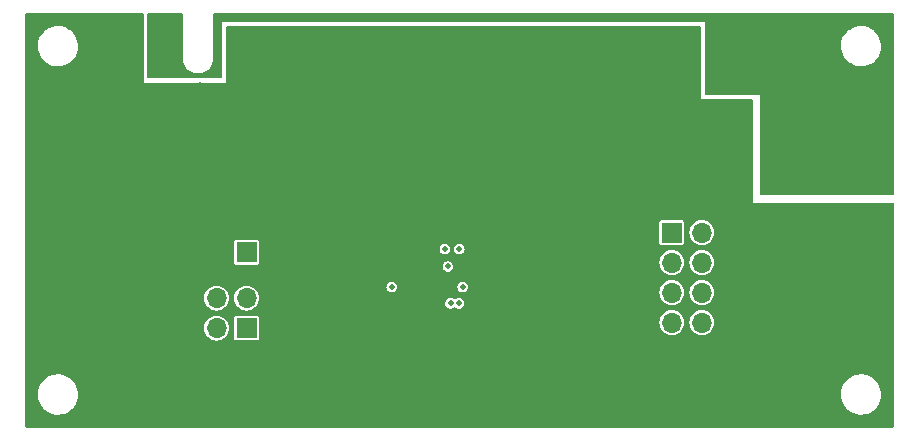
<source format=gbr>
%TF.GenerationSoftware,KiCad,Pcbnew,(7.0.0)*%
%TF.CreationDate,2023-08-31T15:59:46+04:00*%
%TF.ProjectId,RD53B_Quad_ZIF_to_ERF8_Data_Adapter,52443533-425f-4517-9561-645f5a49465f,V0*%
%TF.SameCoordinates,Original*%
%TF.FileFunction,Copper,L3,Inr*%
%TF.FilePolarity,Positive*%
%FSLAX46Y46*%
G04 Gerber Fmt 4.6, Leading zero omitted, Abs format (unit mm)*
G04 Created by KiCad (PCBNEW (7.0.0)) date 2023-08-31 15:59:46*
%MOMM*%
%LPD*%
G01*
G04 APERTURE LIST*
%TA.AperFunction,ComponentPad*%
%ADD10R,1.700000X1.700000*%
%TD*%
%TA.AperFunction,ComponentPad*%
%ADD11O,1.700000X1.700000*%
%TD*%
%TA.AperFunction,ViaPad*%
%ADD12C,0.500000*%
%TD*%
G04 APERTURE END LIST*
D10*
%TO.N,/LP_Enable_Module*%
%TO.C,J2*%
X134420499Y-104471999D03*
D11*
%TO.N,/FGND*%
X131880499Y-104471999D03*
%TD*%
D10*
%TO.N,/MUX_Chip1*%
%TO.C,J4*%
X170420499Y-102799999D03*
D11*
%TO.N,/GND_Module*%
X172960499Y-102799999D03*
%TO.N,/MUX_Chip2*%
X170420499Y-105339999D03*
%TO.N,/GND_Module*%
X172960499Y-105339999D03*
%TO.N,/MUX_Chip3*%
X170420499Y-107879999D03*
%TO.N,/GND_Module*%
X172960499Y-107879999D03*
%TO.N,/MUX_Chip4*%
X170420499Y-110419999D03*
%TO.N,/GND_Module*%
X172960499Y-110419999D03*
%TD*%
D10*
%TO.N,/CHIP_ID2*%
%TO.C,J3*%
X134420499Y-110886999D03*
D11*
%TO.N,/GND_Module*%
X131880499Y-110886999D03*
%TO.N,/CHIP_ID3*%
X134420499Y-108346999D03*
%TO.N,/GND_Module*%
X131880499Y-108346999D03*
%TD*%
D10*
%TO.N,/FGND*%
%TO.C,J6*%
X182086999Y-101249999D03*
D11*
%TO.N,GND*%
X182086999Y-98709999D03*
%TD*%
D12*
%TO.N,/LP_Enable_Module*%
X152400000Y-108800000D03*
%TO.N,/CHIP_ID2*%
X151472000Y-105670000D03*
%TO.N,/CHIP_ID3*%
X151697000Y-108800000D03*
%TO.N,/MUX_Chip1*%
X152420500Y-104200000D03*
%TO.N,/MUX_Chip3*%
X152720500Y-107400000D03*
%TO.N,/GND_Module*%
X151215000Y-104200000D03*
%TO.N,/MUX_Chip2*%
X146720500Y-107400000D03*
%TO.N,GND*%
X152820500Y-84730000D03*
X140820500Y-84730000D03*
X188448000Y-94330000D03*
X178790000Y-97966000D03*
X157620500Y-84730000D03*
X133620500Y-84730000D03*
X172020500Y-84730000D03*
X150420500Y-84730000D03*
X175650500Y-86210000D03*
X188448000Y-98330000D03*
X188448000Y-90330000D03*
X180448000Y-90330000D03*
X162420500Y-84730000D03*
X160020500Y-84730000D03*
X180448000Y-86210000D03*
X185448000Y-98330000D03*
X148020500Y-84730000D03*
X143220500Y-84730000D03*
X136020500Y-84730000D03*
X138420500Y-84730000D03*
X127920500Y-87810000D03*
X180448000Y-98330000D03*
X175448000Y-90330000D03*
X176920000Y-87810000D03*
X145620500Y-84730000D03*
X180448000Y-94330000D03*
X169620500Y-84730000D03*
X126650500Y-86210000D03*
X185448000Y-94330000D03*
X178190500Y-86210000D03*
X185448000Y-90330000D03*
X155220500Y-84730000D03*
X167220500Y-84730000D03*
X164820500Y-84730000D03*
%TO.N,/FGND*%
X125448000Y-110330000D03*
X170448000Y-118330000D03*
X160448000Y-118330000D03*
X130448000Y-114330000D03*
X130448000Y-102330000D03*
X165448000Y-94330000D03*
X165448000Y-90330000D03*
X185448000Y-118330000D03*
X155448000Y-90330000D03*
X116448000Y-94330000D03*
X130448000Y-106330000D03*
X175448000Y-102330000D03*
X150448000Y-118330000D03*
X156134000Y-108800000D03*
X125448000Y-94330000D03*
X116448000Y-106330000D03*
X160448000Y-98330000D03*
X145448000Y-118330000D03*
X120448000Y-98330000D03*
X188448000Y-102330000D03*
X116448000Y-90330000D03*
X185448000Y-106330000D03*
X145448000Y-114330000D03*
X180448000Y-118330000D03*
X116448000Y-102330000D03*
X178790000Y-101919000D03*
X125448000Y-106330000D03*
X140448000Y-98330000D03*
X120448000Y-102330000D03*
X175448000Y-114330000D03*
X188448000Y-106330000D03*
X135448000Y-98330000D03*
X120448000Y-90330000D03*
X120448000Y-94330000D03*
X140448000Y-102330000D03*
X180448000Y-114330000D03*
X125448000Y-90330000D03*
X120448000Y-110330000D03*
X125448000Y-98330000D03*
X175448000Y-98330000D03*
X180448000Y-102330000D03*
X125448000Y-118330000D03*
X154520500Y-108800000D03*
X125448000Y-114330000D03*
X160448000Y-94330000D03*
X135448000Y-114330000D03*
X170448000Y-90330000D03*
X150448000Y-114330000D03*
X185448000Y-114330000D03*
X130448000Y-118330000D03*
X120448000Y-106330000D03*
X155448000Y-114330000D03*
X180448000Y-106330000D03*
X149420500Y-104200000D03*
X125448000Y-86210000D03*
X165448000Y-98330000D03*
X165448000Y-118330000D03*
X135448000Y-118330000D03*
X116448000Y-114330000D03*
X150320500Y-108800000D03*
X175448000Y-94330000D03*
X175448000Y-106330000D03*
X188448000Y-114330000D03*
X155448000Y-118330000D03*
X155448000Y-94330000D03*
X120448000Y-118330000D03*
X120448000Y-114330000D03*
X160448000Y-114330000D03*
X150448000Y-90330000D03*
X165448000Y-114330000D03*
X170448000Y-114330000D03*
X125448000Y-102330000D03*
X155274000Y-104200000D03*
X130448000Y-98330000D03*
X185448000Y-102330000D03*
X135448000Y-102330000D03*
X160448000Y-90330000D03*
X175448000Y-110090000D03*
X130448000Y-90330000D03*
X188448000Y-110090000D03*
X140448000Y-110330000D03*
X175448000Y-118330000D03*
X140448000Y-118330000D03*
X130448000Y-94330000D03*
X170448000Y-94330000D03*
X170448000Y-98330000D03*
X140448000Y-114330000D03*
X116448000Y-110330000D03*
X180448000Y-110090000D03*
X185448000Y-110090000D03*
X116448000Y-98330000D03*
%TD*%
%TA.AperFunction,Conductor*%
%TO.N,GND*%
G36*
X128937000Y-84227381D02*
G01*
X128983119Y-84273500D01*
X129000000Y-84336500D01*
X129000000Y-87970118D01*
X129000000Y-88010000D01*
X129000000Y-88113139D01*
X129000773Y-88118022D01*
X129000774Y-88118029D01*
X129031494Y-88311987D01*
X129031495Y-88311994D01*
X129032269Y-88316876D01*
X129033798Y-88321584D01*
X129033799Y-88321585D01*
X129094480Y-88508344D01*
X129094483Y-88508351D01*
X129096012Y-88513057D01*
X129189660Y-88696852D01*
X129310907Y-88863733D01*
X129456767Y-89009593D01*
X129623648Y-89130840D01*
X129807443Y-89224488D01*
X130003624Y-89288231D01*
X130207361Y-89320500D01*
X130270618Y-89320500D01*
X130310500Y-89320500D01*
X130350382Y-89320500D01*
X130408686Y-89320500D01*
X130413639Y-89320500D01*
X130617376Y-89288231D01*
X130813557Y-89224488D01*
X130997352Y-89130840D01*
X131164233Y-89009593D01*
X131310093Y-88863733D01*
X131431340Y-88696852D01*
X131524988Y-88513057D01*
X131588731Y-88316876D01*
X131621000Y-88113139D01*
X131621000Y-88010000D01*
X131621000Y-87970118D01*
X131621000Y-84336500D01*
X131637881Y-84273500D01*
X131684000Y-84227381D01*
X131747000Y-84210500D01*
X178397910Y-84210500D01*
X178443090Y-84210500D01*
X189121500Y-84210500D01*
X189184500Y-84227381D01*
X189230619Y-84273500D01*
X189247500Y-84336500D01*
X189247500Y-99487000D01*
X189230619Y-99550000D01*
X189184500Y-99596119D01*
X189121500Y-99613000D01*
X178003000Y-99613000D01*
X177940000Y-99596119D01*
X177893881Y-99550000D01*
X177877000Y-99487000D01*
X177877000Y-91157590D01*
X177877000Y-91141000D01*
X177860410Y-91141000D01*
X173364000Y-91141000D01*
X173301000Y-91124119D01*
X173254881Y-91078000D01*
X173238000Y-91015000D01*
X173238000Y-86944675D01*
X184743748Y-86944675D01*
X184753749Y-87205593D01*
X184754667Y-87210328D01*
X184754668Y-87210334D01*
X184802541Y-87457183D01*
X184802544Y-87457194D01*
X184803462Y-87461927D01*
X184805094Y-87466471D01*
X184890088Y-87703123D01*
X184890091Y-87703130D01*
X184891721Y-87707668D01*
X184894027Y-87711909D01*
X184894029Y-87711913D01*
X185014146Y-87932805D01*
X185014151Y-87932813D01*
X185016459Y-87937057D01*
X185019390Y-87940903D01*
X185019392Y-87940905D01*
X185171819Y-88140871D01*
X185174750Y-88144716D01*
X185362886Y-88325778D01*
X185366837Y-88328557D01*
X185572506Y-88473221D01*
X185572509Y-88473222D01*
X185576456Y-88475999D01*
X185810453Y-88591859D01*
X186059395Y-88670641D01*
X186317445Y-88710500D01*
X186510771Y-88710500D01*
X186513177Y-88710500D01*
X186708344Y-88695516D01*
X186962586Y-88636021D01*
X187204766Y-88538414D01*
X187429208Y-88404982D01*
X187630652Y-88238852D01*
X187804375Y-88043920D01*
X187946306Y-87824753D01*
X188053118Y-87586489D01*
X188122307Y-87334713D01*
X188152252Y-87075325D01*
X188142251Y-86814407D01*
X188092538Y-86558073D01*
X188004279Y-86312332D01*
X187879541Y-86082943D01*
X187721250Y-85875284D01*
X187717766Y-85871931D01*
X187536594Y-85697571D01*
X187536592Y-85697570D01*
X187533114Y-85694222D01*
X187498018Y-85669536D01*
X187323493Y-85546778D01*
X187323487Y-85546774D01*
X187319544Y-85544001D01*
X187315224Y-85541862D01*
X187315219Y-85541859D01*
X187089875Y-85430284D01*
X187085547Y-85428141D01*
X186951701Y-85385783D01*
X186841207Y-85350815D01*
X186841202Y-85350813D01*
X186836605Y-85349359D01*
X186831841Y-85348623D01*
X186831832Y-85348621D01*
X186583329Y-85310237D01*
X186583323Y-85310236D01*
X186578555Y-85309500D01*
X186382823Y-85309500D01*
X186380432Y-85309683D01*
X186380420Y-85309684D01*
X186192472Y-85324114D01*
X186192468Y-85324114D01*
X186187656Y-85324484D01*
X186182964Y-85325581D01*
X186182957Y-85325583D01*
X185938109Y-85382880D01*
X185938105Y-85382881D01*
X185933414Y-85383979D01*
X185928945Y-85385780D01*
X185928936Y-85385783D01*
X185695718Y-85479778D01*
X185695709Y-85479782D01*
X185691234Y-85481586D01*
X185687080Y-85484055D01*
X185687079Y-85484056D01*
X185470939Y-85612552D01*
X185470933Y-85612555D01*
X185466792Y-85615018D01*
X185463079Y-85618079D01*
X185463072Y-85618085D01*
X185269067Y-85778080D01*
X185269060Y-85778086D01*
X185265348Y-85781148D01*
X185262143Y-85784743D01*
X185262138Y-85784749D01*
X185094839Y-85972473D01*
X185094835Y-85972477D01*
X185091625Y-85976080D01*
X185089003Y-85980128D01*
X185088996Y-85980138D01*
X184952318Y-86191193D01*
X184952310Y-86191205D01*
X184949694Y-86195247D01*
X184947722Y-86199644D01*
X184947718Y-86199653D01*
X184844860Y-86429097D01*
X184844856Y-86429105D01*
X184842882Y-86433511D01*
X184841602Y-86438166D01*
X184841601Y-86438171D01*
X184774971Y-86680633D01*
X184774968Y-86680644D01*
X184773693Y-86685287D01*
X184773140Y-86690071D01*
X184773139Y-86690080D01*
X184747177Y-86914969D01*
X184743748Y-86944675D01*
X173238000Y-86944675D01*
X173238000Y-85029590D01*
X173238000Y-85013000D01*
X173221410Y-85013000D01*
X132331590Y-85013000D01*
X132315000Y-85013000D01*
X132315000Y-85029590D01*
X132315000Y-89623000D01*
X132298119Y-89686000D01*
X132252000Y-89732119D01*
X132189000Y-89749000D01*
X126158000Y-89749000D01*
X126095000Y-89732119D01*
X126048881Y-89686000D01*
X126032000Y-89623000D01*
X126032000Y-84336500D01*
X126048881Y-84273500D01*
X126095000Y-84227381D01*
X126158000Y-84210500D01*
X126397910Y-84210500D01*
X126443090Y-84210500D01*
X128874000Y-84210500D01*
X128937000Y-84227381D01*
G37*
%TD.AperFunction*%
%TD*%
%TA.AperFunction,Conductor*%
%TO.N,/FGND*%
G36*
X125636000Y-84227381D02*
G01*
X125682119Y-84273500D01*
X125699000Y-84336500D01*
X125699000Y-90181000D01*
X125715590Y-90181000D01*
X132705410Y-90181000D01*
X132722000Y-90181000D01*
X132722000Y-85426000D01*
X132738881Y-85363000D01*
X132785000Y-85316881D01*
X132848000Y-85300000D01*
X172771000Y-85300000D01*
X172834000Y-85316881D01*
X172880119Y-85363000D01*
X172897000Y-85426000D01*
X172897000Y-91512000D01*
X177192000Y-91512000D01*
X177255000Y-91528881D01*
X177301119Y-91575000D01*
X177318000Y-91638000D01*
X177318000Y-100265000D01*
X189121500Y-100265000D01*
X189184500Y-100281881D01*
X189230619Y-100328000D01*
X189247500Y-100391000D01*
X189247500Y-119183500D01*
X189230619Y-119246500D01*
X189184500Y-119292619D01*
X189121500Y-119309500D01*
X115774500Y-119309500D01*
X115711500Y-119292619D01*
X115665381Y-119246500D01*
X115648500Y-119183500D01*
X115648500Y-116444675D01*
X116743748Y-116444675D01*
X116753749Y-116705593D01*
X116754667Y-116710328D01*
X116754668Y-116710334D01*
X116802541Y-116957183D01*
X116802544Y-116957194D01*
X116803462Y-116961927D01*
X116805094Y-116966471D01*
X116890088Y-117203123D01*
X116890091Y-117203130D01*
X116891721Y-117207668D01*
X116894027Y-117211909D01*
X116894029Y-117211913D01*
X117014146Y-117432805D01*
X117014151Y-117432813D01*
X117016459Y-117437057D01*
X117019390Y-117440903D01*
X117019392Y-117440905D01*
X117171819Y-117640871D01*
X117174750Y-117644716D01*
X117362886Y-117825778D01*
X117366837Y-117828557D01*
X117572506Y-117973221D01*
X117572509Y-117973222D01*
X117576456Y-117975999D01*
X117810453Y-118091859D01*
X118059395Y-118170641D01*
X118317445Y-118210500D01*
X118510771Y-118210500D01*
X118513177Y-118210500D01*
X118708344Y-118195516D01*
X118962586Y-118136021D01*
X119204766Y-118038414D01*
X119429208Y-117904982D01*
X119630652Y-117738852D01*
X119804375Y-117543920D01*
X119946306Y-117324753D01*
X120053118Y-117086489D01*
X120122307Y-116834713D01*
X120152252Y-116575325D01*
X120147244Y-116444675D01*
X184743748Y-116444675D01*
X184753749Y-116705593D01*
X184754667Y-116710328D01*
X184754668Y-116710334D01*
X184802541Y-116957183D01*
X184802544Y-116957194D01*
X184803462Y-116961927D01*
X184805094Y-116966471D01*
X184890088Y-117203123D01*
X184890091Y-117203130D01*
X184891721Y-117207668D01*
X184894027Y-117211909D01*
X184894029Y-117211913D01*
X185014146Y-117432805D01*
X185014151Y-117432813D01*
X185016459Y-117437057D01*
X185019390Y-117440903D01*
X185019392Y-117440905D01*
X185171819Y-117640871D01*
X185174750Y-117644716D01*
X185362886Y-117825778D01*
X185366837Y-117828557D01*
X185572506Y-117973221D01*
X185572509Y-117973222D01*
X185576456Y-117975999D01*
X185810453Y-118091859D01*
X186059395Y-118170641D01*
X186317445Y-118210500D01*
X186510771Y-118210500D01*
X186513177Y-118210500D01*
X186708344Y-118195516D01*
X186962586Y-118136021D01*
X187204766Y-118038414D01*
X187429208Y-117904982D01*
X187630652Y-117738852D01*
X187804375Y-117543920D01*
X187946306Y-117324753D01*
X188053118Y-117086489D01*
X188122307Y-116834713D01*
X188152252Y-116575325D01*
X188142251Y-116314407D01*
X188092538Y-116058073D01*
X188004279Y-115812332D01*
X187879541Y-115582943D01*
X187721250Y-115375284D01*
X187533114Y-115194222D01*
X187424870Y-115118085D01*
X187323493Y-115046778D01*
X187323487Y-115046774D01*
X187319544Y-115044001D01*
X187315224Y-115041862D01*
X187315219Y-115041859D01*
X187089875Y-114930284D01*
X187085547Y-114928141D01*
X186951701Y-114885783D01*
X186841207Y-114850815D01*
X186841202Y-114850813D01*
X186836605Y-114849359D01*
X186831841Y-114848623D01*
X186831832Y-114848621D01*
X186583329Y-114810237D01*
X186583323Y-114810236D01*
X186578555Y-114809500D01*
X186382823Y-114809500D01*
X186380432Y-114809683D01*
X186380420Y-114809684D01*
X186192472Y-114824114D01*
X186192468Y-114824114D01*
X186187656Y-114824484D01*
X186182964Y-114825581D01*
X186182957Y-114825583D01*
X185938109Y-114882880D01*
X185938105Y-114882881D01*
X185933414Y-114883979D01*
X185928945Y-114885780D01*
X185928936Y-114885783D01*
X185695718Y-114979778D01*
X185695709Y-114979782D01*
X185691234Y-114981586D01*
X185687080Y-114984055D01*
X185687079Y-114984056D01*
X185470939Y-115112552D01*
X185470933Y-115112555D01*
X185466792Y-115115018D01*
X185463079Y-115118079D01*
X185463072Y-115118085D01*
X185269067Y-115278080D01*
X185269060Y-115278086D01*
X185265348Y-115281148D01*
X185262143Y-115284743D01*
X185262138Y-115284749D01*
X185094839Y-115472473D01*
X185094835Y-115472477D01*
X185091625Y-115476080D01*
X185089003Y-115480128D01*
X185088996Y-115480138D01*
X184952318Y-115691193D01*
X184952310Y-115691205D01*
X184949694Y-115695247D01*
X184947722Y-115699644D01*
X184947718Y-115699653D01*
X184844860Y-115929097D01*
X184844856Y-115929105D01*
X184842882Y-115933511D01*
X184841602Y-115938166D01*
X184841601Y-115938171D01*
X184774971Y-116180633D01*
X184774968Y-116180644D01*
X184773693Y-116185287D01*
X184773140Y-116190071D01*
X184773139Y-116190080D01*
X184758230Y-116319228D01*
X184743748Y-116444675D01*
X120147244Y-116444675D01*
X120142251Y-116314407D01*
X120092538Y-116058073D01*
X120004279Y-115812332D01*
X119879541Y-115582943D01*
X119721250Y-115375284D01*
X119533114Y-115194222D01*
X119424870Y-115118085D01*
X119323493Y-115046778D01*
X119323487Y-115046774D01*
X119319544Y-115044001D01*
X119315224Y-115041862D01*
X119315219Y-115041859D01*
X119089875Y-114930284D01*
X119085547Y-114928141D01*
X118951701Y-114885783D01*
X118841207Y-114850815D01*
X118841202Y-114850813D01*
X118836605Y-114849359D01*
X118831841Y-114848623D01*
X118831832Y-114848621D01*
X118583329Y-114810237D01*
X118583323Y-114810236D01*
X118578555Y-114809500D01*
X118382823Y-114809500D01*
X118380432Y-114809683D01*
X118380420Y-114809684D01*
X118192472Y-114824114D01*
X118192468Y-114824114D01*
X118187656Y-114824484D01*
X118182964Y-114825581D01*
X118182957Y-114825583D01*
X117938109Y-114882880D01*
X117938105Y-114882881D01*
X117933414Y-114883979D01*
X117928945Y-114885780D01*
X117928936Y-114885783D01*
X117695718Y-114979778D01*
X117695709Y-114979782D01*
X117691234Y-114981586D01*
X117687080Y-114984055D01*
X117687079Y-114984056D01*
X117470939Y-115112552D01*
X117470933Y-115112555D01*
X117466792Y-115115018D01*
X117463079Y-115118079D01*
X117463072Y-115118085D01*
X117269067Y-115278080D01*
X117269060Y-115278086D01*
X117265348Y-115281148D01*
X117262143Y-115284743D01*
X117262138Y-115284749D01*
X117094839Y-115472473D01*
X117094835Y-115472477D01*
X117091625Y-115476080D01*
X117089003Y-115480128D01*
X117088996Y-115480138D01*
X116952318Y-115691193D01*
X116952310Y-115691205D01*
X116949694Y-115695247D01*
X116947722Y-115699644D01*
X116947718Y-115699653D01*
X116844860Y-115929097D01*
X116844856Y-115929105D01*
X116842882Y-115933511D01*
X116841602Y-115938166D01*
X116841601Y-115938171D01*
X116774971Y-116180633D01*
X116774968Y-116180644D01*
X116773693Y-116185287D01*
X116773140Y-116190071D01*
X116773139Y-116190080D01*
X116758230Y-116319228D01*
X116743748Y-116444675D01*
X115648500Y-116444675D01*
X115648500Y-110887000D01*
X130824917Y-110887000D01*
X130825524Y-110893163D01*
X130844592Y-111086768D01*
X130844593Y-111086774D01*
X130845200Y-111092934D01*
X130846996Y-111098856D01*
X130846997Y-111098859D01*
X130903472Y-111285035D01*
X130903473Y-111285039D01*
X130905268Y-111290954D01*
X130908180Y-111296402D01*
X130908183Y-111296409D01*
X130993438Y-111455907D01*
X131002815Y-111473450D01*
X131134090Y-111633410D01*
X131294050Y-111764685D01*
X131365844Y-111803060D01*
X131471090Y-111859316D01*
X131471092Y-111859317D01*
X131476546Y-111862232D01*
X131674566Y-111922300D01*
X131880500Y-111942583D01*
X132086434Y-111922300D01*
X132284454Y-111862232D01*
X132466950Y-111764685D01*
X132476621Y-111756748D01*
X133370000Y-111756748D01*
X133381633Y-111815231D01*
X133388525Y-111825546D01*
X133388526Y-111825547D01*
X133413038Y-111862232D01*
X133425948Y-111881552D01*
X133492269Y-111925867D01*
X133550752Y-111937500D01*
X135284061Y-111937500D01*
X135290248Y-111937500D01*
X135348731Y-111925867D01*
X135415052Y-111881552D01*
X135459367Y-111815231D01*
X135471000Y-111756748D01*
X135471000Y-110420000D01*
X169364917Y-110420000D01*
X169365524Y-110426163D01*
X169384592Y-110619768D01*
X169384593Y-110619774D01*
X169385200Y-110625934D01*
X169386996Y-110631856D01*
X169386997Y-110631859D01*
X169443472Y-110818035D01*
X169443473Y-110818039D01*
X169445268Y-110823954D01*
X169448180Y-110829402D01*
X169448183Y-110829409D01*
X169478967Y-110887000D01*
X169542815Y-111006450D01*
X169674090Y-111166410D01*
X169834050Y-111297685D01*
X169925298Y-111346458D01*
X170011090Y-111392316D01*
X170011092Y-111392317D01*
X170016546Y-111395232D01*
X170214566Y-111455300D01*
X170420500Y-111475583D01*
X170626434Y-111455300D01*
X170824454Y-111395232D01*
X171006950Y-111297685D01*
X171166910Y-111166410D01*
X171298185Y-111006450D01*
X171395732Y-110823954D01*
X171455800Y-110625934D01*
X171476083Y-110420000D01*
X171904917Y-110420000D01*
X171905524Y-110426163D01*
X171924592Y-110619768D01*
X171924593Y-110619774D01*
X171925200Y-110625934D01*
X171926996Y-110631856D01*
X171926997Y-110631859D01*
X171983472Y-110818035D01*
X171983473Y-110818039D01*
X171985268Y-110823954D01*
X171988180Y-110829402D01*
X171988183Y-110829409D01*
X172018967Y-110887000D01*
X172082815Y-111006450D01*
X172214090Y-111166410D01*
X172374050Y-111297685D01*
X172465298Y-111346458D01*
X172551090Y-111392316D01*
X172551092Y-111392317D01*
X172556546Y-111395232D01*
X172754566Y-111455300D01*
X172960500Y-111475583D01*
X173166434Y-111455300D01*
X173364454Y-111395232D01*
X173546950Y-111297685D01*
X173706910Y-111166410D01*
X173838185Y-111006450D01*
X173935732Y-110823954D01*
X173995800Y-110625934D01*
X174016083Y-110420000D01*
X173995800Y-110214066D01*
X173935732Y-110016046D01*
X173838185Y-109833550D01*
X173706910Y-109673590D01*
X173546950Y-109542315D01*
X173541493Y-109539398D01*
X173369909Y-109447683D01*
X173369902Y-109447680D01*
X173364454Y-109444768D01*
X173358539Y-109442973D01*
X173358535Y-109442972D01*
X173172359Y-109386497D01*
X173172356Y-109386496D01*
X173166434Y-109384700D01*
X173160274Y-109384093D01*
X173160268Y-109384092D01*
X172966663Y-109365024D01*
X172960500Y-109364417D01*
X172954337Y-109365024D01*
X172760731Y-109384092D01*
X172760723Y-109384093D01*
X172754566Y-109384700D01*
X172748645Y-109386495D01*
X172748640Y-109386497D01*
X172562464Y-109442972D01*
X172562456Y-109442975D01*
X172556546Y-109444768D01*
X172551100Y-109447678D01*
X172551090Y-109447683D01*
X172379506Y-109539398D01*
X172379500Y-109539401D01*
X172374050Y-109542315D01*
X172369273Y-109546235D01*
X172369269Y-109546238D01*
X172218869Y-109669667D01*
X172218863Y-109669672D01*
X172214090Y-109673590D01*
X172210172Y-109678363D01*
X172210167Y-109678369D01*
X172086738Y-109828769D01*
X172086735Y-109828773D01*
X172082815Y-109833550D01*
X172079901Y-109839000D01*
X172079898Y-109839006D01*
X171988183Y-110010590D01*
X171988178Y-110010600D01*
X171985268Y-110016046D01*
X171983475Y-110021956D01*
X171983472Y-110021964D01*
X171926997Y-110208140D01*
X171926995Y-110208145D01*
X171925200Y-110214066D01*
X171924593Y-110220223D01*
X171924592Y-110220231D01*
X171905524Y-110413837D01*
X171904917Y-110420000D01*
X171476083Y-110420000D01*
X171455800Y-110214066D01*
X171395732Y-110016046D01*
X171298185Y-109833550D01*
X171166910Y-109673590D01*
X171006950Y-109542315D01*
X171001493Y-109539398D01*
X170829909Y-109447683D01*
X170829902Y-109447680D01*
X170824454Y-109444768D01*
X170818539Y-109442973D01*
X170818535Y-109442972D01*
X170632359Y-109386497D01*
X170632356Y-109386496D01*
X170626434Y-109384700D01*
X170620274Y-109384093D01*
X170620268Y-109384092D01*
X170426663Y-109365024D01*
X170420500Y-109364417D01*
X170414337Y-109365024D01*
X170220731Y-109384092D01*
X170220723Y-109384093D01*
X170214566Y-109384700D01*
X170208645Y-109386495D01*
X170208640Y-109386497D01*
X170022464Y-109442972D01*
X170022456Y-109442975D01*
X170016546Y-109444768D01*
X170011100Y-109447678D01*
X170011090Y-109447683D01*
X169839506Y-109539398D01*
X169839500Y-109539401D01*
X169834050Y-109542315D01*
X169829273Y-109546235D01*
X169829269Y-109546238D01*
X169678869Y-109669667D01*
X169678863Y-109669672D01*
X169674090Y-109673590D01*
X169670172Y-109678363D01*
X169670167Y-109678369D01*
X169546738Y-109828769D01*
X169546735Y-109828773D01*
X169542815Y-109833550D01*
X169539901Y-109839000D01*
X169539898Y-109839006D01*
X169448183Y-110010590D01*
X169448178Y-110010600D01*
X169445268Y-110016046D01*
X169443475Y-110021956D01*
X169443472Y-110021964D01*
X169386997Y-110208140D01*
X169386995Y-110208145D01*
X169385200Y-110214066D01*
X169384593Y-110220223D01*
X169384592Y-110220231D01*
X169365524Y-110413837D01*
X169364917Y-110420000D01*
X135471000Y-110420000D01*
X135471000Y-110017252D01*
X135459367Y-109958769D01*
X135415052Y-109892448D01*
X135348731Y-109848133D01*
X135290248Y-109836500D01*
X133550752Y-109836500D01*
X133544684Y-109837706D01*
X133544683Y-109837707D01*
X133504439Y-109845712D01*
X133504437Y-109845712D01*
X133492269Y-109848133D01*
X133481954Y-109855024D01*
X133481952Y-109855026D01*
X133436261Y-109885556D01*
X133436258Y-109885558D01*
X133425948Y-109892448D01*
X133419058Y-109902758D01*
X133419056Y-109902761D01*
X133388526Y-109948452D01*
X133388524Y-109948454D01*
X133381633Y-109958769D01*
X133370000Y-110017252D01*
X133370000Y-111756748D01*
X132476621Y-111756748D01*
X132626910Y-111633410D01*
X132758185Y-111473450D01*
X132855732Y-111290954D01*
X132915800Y-111092934D01*
X132936083Y-110887000D01*
X132915800Y-110681066D01*
X132855732Y-110483046D01*
X132758185Y-110300550D01*
X132626910Y-110140590D01*
X132466950Y-110009315D01*
X132461493Y-110006398D01*
X132289909Y-109914683D01*
X132289902Y-109914680D01*
X132284454Y-109911768D01*
X132278539Y-109909973D01*
X132278535Y-109909972D01*
X132092359Y-109853497D01*
X132092356Y-109853496D01*
X132086434Y-109851700D01*
X132080274Y-109851093D01*
X132080268Y-109851092D01*
X131886663Y-109832024D01*
X131880500Y-109831417D01*
X131874337Y-109832024D01*
X131680731Y-109851092D01*
X131680723Y-109851093D01*
X131674566Y-109851700D01*
X131668645Y-109853495D01*
X131668640Y-109853497D01*
X131482464Y-109909972D01*
X131482456Y-109909975D01*
X131476546Y-109911768D01*
X131471100Y-109914678D01*
X131471090Y-109914683D01*
X131299506Y-110006398D01*
X131299500Y-110006401D01*
X131294050Y-110009315D01*
X131289273Y-110013235D01*
X131289269Y-110013238D01*
X131138869Y-110136667D01*
X131138863Y-110136672D01*
X131134090Y-110140590D01*
X131130172Y-110145363D01*
X131130167Y-110145369D01*
X131006738Y-110295769D01*
X131006735Y-110295773D01*
X131002815Y-110300550D01*
X130999901Y-110306000D01*
X130999898Y-110306006D01*
X130908183Y-110477590D01*
X130908178Y-110477600D01*
X130905268Y-110483046D01*
X130903475Y-110488956D01*
X130903472Y-110488964D01*
X130846997Y-110675140D01*
X130846995Y-110675145D01*
X130845200Y-110681066D01*
X130844593Y-110687223D01*
X130844592Y-110687231D01*
X130830589Y-110829409D01*
X130824917Y-110887000D01*
X115648500Y-110887000D01*
X115648500Y-108347000D01*
X130824917Y-108347000D01*
X130825524Y-108353163D01*
X130844592Y-108546768D01*
X130844593Y-108546774D01*
X130845200Y-108552934D01*
X130846996Y-108558856D01*
X130846997Y-108558859D01*
X130903472Y-108745035D01*
X130903473Y-108745039D01*
X130905268Y-108750954D01*
X130908180Y-108756402D01*
X130908183Y-108756409D01*
X130993438Y-108915907D01*
X131002815Y-108933450D01*
X131006738Y-108938230D01*
X131095233Y-109046063D01*
X131134090Y-109093410D01*
X131294050Y-109224685D01*
X131337596Y-109247961D01*
X131471090Y-109319316D01*
X131471092Y-109319317D01*
X131476546Y-109322232D01*
X131674566Y-109382300D01*
X131880500Y-109402583D01*
X132086434Y-109382300D01*
X132284454Y-109322232D01*
X132466950Y-109224685D01*
X132626910Y-109093410D01*
X132758185Y-108933450D01*
X132855732Y-108750954D01*
X132915800Y-108552934D01*
X132936083Y-108347000D01*
X133364917Y-108347000D01*
X133365524Y-108353163D01*
X133384592Y-108546768D01*
X133384593Y-108546774D01*
X133385200Y-108552934D01*
X133386996Y-108558856D01*
X133386997Y-108558859D01*
X133443472Y-108745035D01*
X133443473Y-108745039D01*
X133445268Y-108750954D01*
X133448180Y-108756402D01*
X133448183Y-108756409D01*
X133533438Y-108915907D01*
X133542815Y-108933450D01*
X133546738Y-108938230D01*
X133635233Y-109046063D01*
X133674090Y-109093410D01*
X133834050Y-109224685D01*
X133877596Y-109247961D01*
X134011090Y-109319316D01*
X134011092Y-109319317D01*
X134016546Y-109322232D01*
X134214566Y-109382300D01*
X134420500Y-109402583D01*
X134626434Y-109382300D01*
X134824454Y-109322232D01*
X135006950Y-109224685D01*
X135166910Y-109093410D01*
X135298185Y-108933450D01*
X135369516Y-108800000D01*
X151241867Y-108800000D01*
X151243149Y-108808917D01*
X151259020Y-108919308D01*
X151259021Y-108919313D01*
X151260303Y-108928226D01*
X151264045Y-108936419D01*
X151264046Y-108936423D01*
X151310372Y-109037861D01*
X151314118Y-109046063D01*
X151398951Y-109143967D01*
X151507931Y-109214004D01*
X151632228Y-109250500D01*
X151752763Y-109250500D01*
X151761772Y-109250500D01*
X151886069Y-109214004D01*
X151980381Y-109153393D01*
X152024653Y-109135669D01*
X152072344Y-109135669D01*
X152116619Y-109153393D01*
X152210931Y-109214004D01*
X152335228Y-109250500D01*
X152455763Y-109250500D01*
X152464772Y-109250500D01*
X152589069Y-109214004D01*
X152698049Y-109143967D01*
X152782882Y-109046063D01*
X152836697Y-108928226D01*
X152855133Y-108800000D01*
X152836697Y-108671774D01*
X152782882Y-108553937D01*
X152698049Y-108456033D01*
X152589069Y-108385996D01*
X152580425Y-108383458D01*
X152580423Y-108383457D01*
X152473416Y-108352038D01*
X152473415Y-108352037D01*
X152464772Y-108349500D01*
X152335228Y-108349500D01*
X152326585Y-108352037D01*
X152326583Y-108352038D01*
X152219576Y-108383457D01*
X152219571Y-108383458D01*
X152210931Y-108385996D01*
X152203357Y-108390863D01*
X152203347Y-108390868D01*
X152116619Y-108446605D01*
X152048498Y-108466607D01*
X151980379Y-108446605D01*
X151886069Y-108385996D01*
X151877425Y-108383458D01*
X151877423Y-108383457D01*
X151770416Y-108352038D01*
X151770415Y-108352037D01*
X151761772Y-108349500D01*
X151632228Y-108349500D01*
X151623585Y-108352037D01*
X151623583Y-108352038D01*
X151516576Y-108383457D01*
X151516571Y-108383458D01*
X151507931Y-108385996D01*
X151500352Y-108390866D01*
X151500351Y-108390867D01*
X151406531Y-108451161D01*
X151406528Y-108451163D01*
X151398951Y-108456033D01*
X151393050Y-108462842D01*
X151393050Y-108462843D01*
X151320330Y-108546768D01*
X151314118Y-108553937D01*
X151310374Y-108562134D01*
X151310372Y-108562138D01*
X151264046Y-108663576D01*
X151264044Y-108663581D01*
X151260303Y-108671774D01*
X151259021Y-108680684D01*
X151259020Y-108680691D01*
X151243149Y-108791083D01*
X151241867Y-108800000D01*
X135369516Y-108800000D01*
X135395732Y-108750954D01*
X135455800Y-108552934D01*
X135476083Y-108347000D01*
X135455800Y-108141066D01*
X135395732Y-107943046D01*
X135362033Y-107880000D01*
X169364917Y-107880000D01*
X169365524Y-107886163D01*
X169384592Y-108079768D01*
X169384593Y-108079774D01*
X169385200Y-108085934D01*
X169386996Y-108091856D01*
X169386997Y-108091859D01*
X169443472Y-108278035D01*
X169443473Y-108278039D01*
X169445268Y-108283954D01*
X169448180Y-108289402D01*
X169448183Y-108289409D01*
X169534643Y-108451161D01*
X169542815Y-108466450D01*
X169674090Y-108626410D01*
X169834050Y-108757685D01*
X169896533Y-108791083D01*
X170011090Y-108852316D01*
X170011092Y-108852317D01*
X170016546Y-108855232D01*
X170214566Y-108915300D01*
X170420500Y-108935583D01*
X170626434Y-108915300D01*
X170824454Y-108855232D01*
X171006950Y-108757685D01*
X171166910Y-108626410D01*
X171298185Y-108466450D01*
X171395732Y-108283954D01*
X171455800Y-108085934D01*
X171476083Y-107880000D01*
X171904917Y-107880000D01*
X171905524Y-107886163D01*
X171924592Y-108079768D01*
X171924593Y-108079774D01*
X171925200Y-108085934D01*
X171926996Y-108091856D01*
X171926997Y-108091859D01*
X171983472Y-108278035D01*
X171983473Y-108278039D01*
X171985268Y-108283954D01*
X171988180Y-108289402D01*
X171988183Y-108289409D01*
X172074643Y-108451161D01*
X172082815Y-108466450D01*
X172214090Y-108626410D01*
X172374050Y-108757685D01*
X172436533Y-108791083D01*
X172551090Y-108852316D01*
X172551092Y-108852317D01*
X172556546Y-108855232D01*
X172754566Y-108915300D01*
X172960500Y-108935583D01*
X173166434Y-108915300D01*
X173364454Y-108855232D01*
X173546950Y-108757685D01*
X173706910Y-108626410D01*
X173838185Y-108466450D01*
X173935732Y-108283954D01*
X173995800Y-108085934D01*
X174016083Y-107880000D01*
X173995800Y-107674066D01*
X173935732Y-107476046D01*
X173899850Y-107408917D01*
X173841101Y-107299006D01*
X173838185Y-107293550D01*
X173706910Y-107133590D01*
X173546950Y-107002315D01*
X173541493Y-106999398D01*
X173369909Y-106907683D01*
X173369902Y-106907680D01*
X173364454Y-106904768D01*
X173358539Y-106902973D01*
X173358535Y-106902972D01*
X173172359Y-106846497D01*
X173172356Y-106846496D01*
X173166434Y-106844700D01*
X173160274Y-106844093D01*
X173160268Y-106844092D01*
X172966663Y-106825024D01*
X172960500Y-106824417D01*
X172954337Y-106825024D01*
X172760731Y-106844092D01*
X172760723Y-106844093D01*
X172754566Y-106844700D01*
X172748645Y-106846495D01*
X172748640Y-106846497D01*
X172562464Y-106902972D01*
X172562456Y-106902975D01*
X172556546Y-106904768D01*
X172551100Y-106907678D01*
X172551090Y-106907683D01*
X172379506Y-106999398D01*
X172379500Y-106999401D01*
X172374050Y-107002315D01*
X172369273Y-107006235D01*
X172369269Y-107006238D01*
X172218869Y-107129667D01*
X172218863Y-107129672D01*
X172214090Y-107133590D01*
X172210172Y-107138363D01*
X172210167Y-107138369D01*
X172086738Y-107288769D01*
X172086735Y-107288773D01*
X172082815Y-107293550D01*
X172079901Y-107299000D01*
X172079898Y-107299006D01*
X171988183Y-107470590D01*
X171988178Y-107470600D01*
X171985268Y-107476046D01*
X171983475Y-107481956D01*
X171983472Y-107481964D01*
X171926997Y-107668140D01*
X171926995Y-107668145D01*
X171925200Y-107674066D01*
X171924593Y-107680223D01*
X171924592Y-107680231D01*
X171905524Y-107873837D01*
X171904917Y-107880000D01*
X171476083Y-107880000D01*
X171455800Y-107674066D01*
X171395732Y-107476046D01*
X171359850Y-107408917D01*
X171301101Y-107299006D01*
X171298185Y-107293550D01*
X171166910Y-107133590D01*
X171006950Y-107002315D01*
X171001493Y-106999398D01*
X170829909Y-106907683D01*
X170829902Y-106907680D01*
X170824454Y-106904768D01*
X170818539Y-106902973D01*
X170818535Y-106902972D01*
X170632359Y-106846497D01*
X170632356Y-106846496D01*
X170626434Y-106844700D01*
X170620274Y-106844093D01*
X170620268Y-106844092D01*
X170426663Y-106825024D01*
X170420500Y-106824417D01*
X170414337Y-106825024D01*
X170220731Y-106844092D01*
X170220723Y-106844093D01*
X170214566Y-106844700D01*
X170208645Y-106846495D01*
X170208640Y-106846497D01*
X170022464Y-106902972D01*
X170022456Y-106902975D01*
X170016546Y-106904768D01*
X170011100Y-106907678D01*
X170011090Y-106907683D01*
X169839506Y-106999398D01*
X169839500Y-106999401D01*
X169834050Y-107002315D01*
X169829273Y-107006235D01*
X169829269Y-107006238D01*
X169678869Y-107129667D01*
X169678863Y-107129672D01*
X169674090Y-107133590D01*
X169670172Y-107138363D01*
X169670167Y-107138369D01*
X169546738Y-107288769D01*
X169546735Y-107288773D01*
X169542815Y-107293550D01*
X169539901Y-107299000D01*
X169539898Y-107299006D01*
X169448183Y-107470590D01*
X169448178Y-107470600D01*
X169445268Y-107476046D01*
X169443475Y-107481956D01*
X169443472Y-107481964D01*
X169386997Y-107668140D01*
X169386995Y-107668145D01*
X169385200Y-107674066D01*
X169384593Y-107680223D01*
X169384592Y-107680231D01*
X169365524Y-107873837D01*
X169364917Y-107880000D01*
X135362033Y-107880000D01*
X135298185Y-107760550D01*
X135166910Y-107600590D01*
X135006950Y-107469315D01*
X135001493Y-107466398D01*
X134877273Y-107400000D01*
X146265367Y-107400000D01*
X146266649Y-107408917D01*
X146282520Y-107519308D01*
X146282521Y-107519313D01*
X146283803Y-107528226D01*
X146337618Y-107646063D01*
X146422451Y-107743967D01*
X146531431Y-107814004D01*
X146655728Y-107850500D01*
X146776263Y-107850500D01*
X146785272Y-107850500D01*
X146909569Y-107814004D01*
X147018549Y-107743967D01*
X147103382Y-107646063D01*
X147157197Y-107528226D01*
X147175633Y-107400000D01*
X152265367Y-107400000D01*
X152266649Y-107408917D01*
X152282520Y-107519308D01*
X152282521Y-107519313D01*
X152283803Y-107528226D01*
X152337618Y-107646063D01*
X152422451Y-107743967D01*
X152531431Y-107814004D01*
X152655728Y-107850500D01*
X152776263Y-107850500D01*
X152785272Y-107850500D01*
X152909569Y-107814004D01*
X153018549Y-107743967D01*
X153103382Y-107646063D01*
X153157197Y-107528226D01*
X153175633Y-107400000D01*
X153157197Y-107271774D01*
X153103382Y-107153937D01*
X153018549Y-107056033D01*
X152909569Y-106985996D01*
X152900925Y-106983458D01*
X152900923Y-106983457D01*
X152793916Y-106952038D01*
X152793915Y-106952037D01*
X152785272Y-106949500D01*
X152655728Y-106949500D01*
X152647085Y-106952037D01*
X152647083Y-106952038D01*
X152540076Y-106983457D01*
X152540071Y-106983458D01*
X152531431Y-106985996D01*
X152523852Y-106990866D01*
X152523851Y-106990867D01*
X152430031Y-107051161D01*
X152430028Y-107051163D01*
X152422451Y-107056033D01*
X152416550Y-107062842D01*
X152416550Y-107062843D01*
X152351108Y-107138369D01*
X152337618Y-107153937D01*
X152333874Y-107162134D01*
X152333872Y-107162138D01*
X152287546Y-107263576D01*
X152287544Y-107263581D01*
X152283803Y-107271774D01*
X152282521Y-107280684D01*
X152282520Y-107280691D01*
X152269684Y-107369972D01*
X152265367Y-107400000D01*
X147175633Y-107400000D01*
X147157197Y-107271774D01*
X147103382Y-107153937D01*
X147018549Y-107056033D01*
X146909569Y-106985996D01*
X146900925Y-106983458D01*
X146900923Y-106983457D01*
X146793916Y-106952038D01*
X146793915Y-106952037D01*
X146785272Y-106949500D01*
X146655728Y-106949500D01*
X146647085Y-106952037D01*
X146647083Y-106952038D01*
X146540076Y-106983457D01*
X146540071Y-106983458D01*
X146531431Y-106985996D01*
X146523852Y-106990866D01*
X146523851Y-106990867D01*
X146430031Y-107051161D01*
X146430028Y-107051163D01*
X146422451Y-107056033D01*
X146416550Y-107062842D01*
X146416550Y-107062843D01*
X146351108Y-107138369D01*
X146337618Y-107153937D01*
X146333874Y-107162134D01*
X146333872Y-107162138D01*
X146287546Y-107263576D01*
X146287544Y-107263581D01*
X146283803Y-107271774D01*
X146282521Y-107280684D01*
X146282520Y-107280691D01*
X146269684Y-107369972D01*
X146265367Y-107400000D01*
X134877273Y-107400000D01*
X134829909Y-107374683D01*
X134829902Y-107374680D01*
X134824454Y-107371768D01*
X134818539Y-107369973D01*
X134818535Y-107369972D01*
X134632359Y-107313497D01*
X134632356Y-107313496D01*
X134626434Y-107311700D01*
X134620274Y-107311093D01*
X134620268Y-107311092D01*
X134426663Y-107292024D01*
X134420500Y-107291417D01*
X134414337Y-107292024D01*
X134220731Y-107311092D01*
X134220723Y-107311093D01*
X134214566Y-107311700D01*
X134208645Y-107313495D01*
X134208640Y-107313497D01*
X134022464Y-107369972D01*
X134022456Y-107369975D01*
X134016546Y-107371768D01*
X134011100Y-107374678D01*
X134011090Y-107374683D01*
X133839506Y-107466398D01*
X133839500Y-107466401D01*
X133834050Y-107469315D01*
X133829273Y-107473235D01*
X133829269Y-107473238D01*
X133678869Y-107596667D01*
X133678863Y-107596672D01*
X133674090Y-107600590D01*
X133670172Y-107605363D01*
X133670167Y-107605369D01*
X133546738Y-107755769D01*
X133546735Y-107755773D01*
X133542815Y-107760550D01*
X133539901Y-107766000D01*
X133539898Y-107766006D01*
X133448183Y-107937590D01*
X133448178Y-107937600D01*
X133445268Y-107943046D01*
X133443475Y-107948956D01*
X133443472Y-107948964D01*
X133386997Y-108135140D01*
X133386995Y-108135145D01*
X133385200Y-108141066D01*
X133384593Y-108147223D01*
X133384592Y-108147231D01*
X133370589Y-108289409D01*
X133364917Y-108347000D01*
X132936083Y-108347000D01*
X132915800Y-108141066D01*
X132855732Y-107943046D01*
X132758185Y-107760550D01*
X132626910Y-107600590D01*
X132466950Y-107469315D01*
X132461493Y-107466398D01*
X132289909Y-107374683D01*
X132289902Y-107374680D01*
X132284454Y-107371768D01*
X132278539Y-107369973D01*
X132278535Y-107369972D01*
X132092359Y-107313497D01*
X132092356Y-107313496D01*
X132086434Y-107311700D01*
X132080274Y-107311093D01*
X132080268Y-107311092D01*
X131886663Y-107292024D01*
X131880500Y-107291417D01*
X131874337Y-107292024D01*
X131680731Y-107311092D01*
X131680723Y-107311093D01*
X131674566Y-107311700D01*
X131668645Y-107313495D01*
X131668640Y-107313497D01*
X131482464Y-107369972D01*
X131482456Y-107369975D01*
X131476546Y-107371768D01*
X131471100Y-107374678D01*
X131471090Y-107374683D01*
X131299506Y-107466398D01*
X131299500Y-107466401D01*
X131294050Y-107469315D01*
X131289273Y-107473235D01*
X131289269Y-107473238D01*
X131138869Y-107596667D01*
X131138863Y-107596672D01*
X131134090Y-107600590D01*
X131130172Y-107605363D01*
X131130167Y-107605369D01*
X131006738Y-107755769D01*
X131006735Y-107755773D01*
X131002815Y-107760550D01*
X130999901Y-107766000D01*
X130999898Y-107766006D01*
X130908183Y-107937590D01*
X130908178Y-107937600D01*
X130905268Y-107943046D01*
X130903475Y-107948956D01*
X130903472Y-107948964D01*
X130846997Y-108135140D01*
X130846995Y-108135145D01*
X130845200Y-108141066D01*
X130844593Y-108147223D01*
X130844592Y-108147231D01*
X130830589Y-108289409D01*
X130824917Y-108347000D01*
X115648500Y-108347000D01*
X115648500Y-105670000D01*
X151016867Y-105670000D01*
X151018149Y-105678917D01*
X151034020Y-105789308D01*
X151034021Y-105789313D01*
X151035303Y-105798226D01*
X151089118Y-105916063D01*
X151173951Y-106013967D01*
X151282931Y-106084004D01*
X151407228Y-106120500D01*
X151527763Y-106120500D01*
X151536772Y-106120500D01*
X151661069Y-106084004D01*
X151770049Y-106013967D01*
X151854882Y-105916063D01*
X151908697Y-105798226D01*
X151927133Y-105670000D01*
X151908697Y-105541774D01*
X151854882Y-105423937D01*
X151782151Y-105340000D01*
X169364917Y-105340000D01*
X169365524Y-105346163D01*
X169384592Y-105539768D01*
X169384593Y-105539774D01*
X169385200Y-105545934D01*
X169386996Y-105551856D01*
X169386997Y-105551859D01*
X169443472Y-105738035D01*
X169443473Y-105738039D01*
X169445268Y-105743954D01*
X169448180Y-105749402D01*
X169448183Y-105749409D01*
X169532879Y-105907861D01*
X169542815Y-105926450D01*
X169674090Y-106086410D01*
X169834050Y-106217685D01*
X169925297Y-106266458D01*
X170011090Y-106312316D01*
X170011092Y-106312317D01*
X170016546Y-106315232D01*
X170214566Y-106375300D01*
X170420500Y-106395583D01*
X170626434Y-106375300D01*
X170824454Y-106315232D01*
X171006950Y-106217685D01*
X171166910Y-106086410D01*
X171298185Y-105926450D01*
X171395732Y-105743954D01*
X171455800Y-105545934D01*
X171476083Y-105340000D01*
X171904917Y-105340000D01*
X171905524Y-105346163D01*
X171924592Y-105539768D01*
X171924593Y-105539774D01*
X171925200Y-105545934D01*
X171926996Y-105551856D01*
X171926997Y-105551859D01*
X171983472Y-105738035D01*
X171983473Y-105738039D01*
X171985268Y-105743954D01*
X171988180Y-105749402D01*
X171988183Y-105749409D01*
X172072879Y-105907861D01*
X172082815Y-105926450D01*
X172214090Y-106086410D01*
X172374050Y-106217685D01*
X172465297Y-106266458D01*
X172551090Y-106312316D01*
X172551092Y-106312317D01*
X172556546Y-106315232D01*
X172754566Y-106375300D01*
X172960500Y-106395583D01*
X173166434Y-106375300D01*
X173364454Y-106315232D01*
X173546950Y-106217685D01*
X173706910Y-106086410D01*
X173838185Y-105926450D01*
X173935732Y-105743954D01*
X173995800Y-105545934D01*
X174016083Y-105340000D01*
X173995800Y-105134066D01*
X173935732Y-104936046D01*
X173838185Y-104753550D01*
X173706910Y-104593590D01*
X173546950Y-104462315D01*
X173541493Y-104459398D01*
X173369909Y-104367683D01*
X173369902Y-104367680D01*
X173364454Y-104364768D01*
X173358539Y-104362973D01*
X173358535Y-104362972D01*
X173172359Y-104306497D01*
X173172356Y-104306496D01*
X173166434Y-104304700D01*
X173160274Y-104304093D01*
X173160268Y-104304092D01*
X172966663Y-104285024D01*
X172960500Y-104284417D01*
X172954337Y-104285024D01*
X172760731Y-104304092D01*
X172760723Y-104304093D01*
X172754566Y-104304700D01*
X172748645Y-104306495D01*
X172748640Y-104306497D01*
X172562464Y-104362972D01*
X172562456Y-104362975D01*
X172556546Y-104364768D01*
X172551100Y-104367678D01*
X172551090Y-104367683D01*
X172379506Y-104459398D01*
X172379500Y-104459401D01*
X172374050Y-104462315D01*
X172369273Y-104466235D01*
X172369269Y-104466238D01*
X172218869Y-104589667D01*
X172218863Y-104589672D01*
X172214090Y-104593590D01*
X172210172Y-104598363D01*
X172210167Y-104598369D01*
X172086738Y-104748769D01*
X172086735Y-104748773D01*
X172082815Y-104753550D01*
X172079901Y-104759000D01*
X172079898Y-104759006D01*
X171988183Y-104930590D01*
X171988178Y-104930600D01*
X171985268Y-104936046D01*
X171983475Y-104941956D01*
X171983472Y-104941964D01*
X171926997Y-105128140D01*
X171926995Y-105128145D01*
X171925200Y-105134066D01*
X171924593Y-105140223D01*
X171924592Y-105140231D01*
X171906293Y-105326033D01*
X171904917Y-105340000D01*
X171476083Y-105340000D01*
X171455800Y-105134066D01*
X171395732Y-104936046D01*
X171298185Y-104753550D01*
X171166910Y-104593590D01*
X171006950Y-104462315D01*
X171001493Y-104459398D01*
X170829909Y-104367683D01*
X170829902Y-104367680D01*
X170824454Y-104364768D01*
X170818539Y-104362973D01*
X170818535Y-104362972D01*
X170632359Y-104306497D01*
X170632356Y-104306496D01*
X170626434Y-104304700D01*
X170620274Y-104304093D01*
X170620268Y-104304092D01*
X170426663Y-104285024D01*
X170420500Y-104284417D01*
X170414337Y-104285024D01*
X170220731Y-104304092D01*
X170220723Y-104304093D01*
X170214566Y-104304700D01*
X170208645Y-104306495D01*
X170208640Y-104306497D01*
X170022464Y-104362972D01*
X170022456Y-104362975D01*
X170016546Y-104364768D01*
X170011100Y-104367678D01*
X170011090Y-104367683D01*
X169839506Y-104459398D01*
X169839500Y-104459401D01*
X169834050Y-104462315D01*
X169829273Y-104466235D01*
X169829269Y-104466238D01*
X169678869Y-104589667D01*
X169678863Y-104589672D01*
X169674090Y-104593590D01*
X169670172Y-104598363D01*
X169670167Y-104598369D01*
X169546738Y-104748769D01*
X169546735Y-104748773D01*
X169542815Y-104753550D01*
X169539901Y-104759000D01*
X169539898Y-104759006D01*
X169448183Y-104930590D01*
X169448178Y-104930600D01*
X169445268Y-104936046D01*
X169443475Y-104941956D01*
X169443472Y-104941964D01*
X169386997Y-105128140D01*
X169386995Y-105128145D01*
X169385200Y-105134066D01*
X169384593Y-105140223D01*
X169384592Y-105140231D01*
X169366293Y-105326033D01*
X169364917Y-105340000D01*
X151782151Y-105340000D01*
X151770049Y-105326033D01*
X151661069Y-105255996D01*
X151652425Y-105253458D01*
X151652423Y-105253457D01*
X151545416Y-105222038D01*
X151545415Y-105222037D01*
X151536772Y-105219500D01*
X151407228Y-105219500D01*
X151398585Y-105222037D01*
X151398583Y-105222038D01*
X151291576Y-105253457D01*
X151291571Y-105253458D01*
X151282931Y-105255996D01*
X151275352Y-105260866D01*
X151275351Y-105260867D01*
X151181531Y-105321161D01*
X151181528Y-105321163D01*
X151173951Y-105326033D01*
X151168050Y-105332842D01*
X151168050Y-105332843D01*
X151156509Y-105346163D01*
X151089118Y-105423937D01*
X151085374Y-105432134D01*
X151085372Y-105432138D01*
X151039046Y-105533576D01*
X151039044Y-105533581D01*
X151035303Y-105541774D01*
X151034021Y-105550684D01*
X151034020Y-105550691D01*
X151018149Y-105661083D01*
X151016867Y-105670000D01*
X115648500Y-105670000D01*
X115648500Y-105341748D01*
X133370000Y-105341748D01*
X133381633Y-105400231D01*
X133425948Y-105466552D01*
X133492269Y-105510867D01*
X133550752Y-105522500D01*
X135284061Y-105522500D01*
X135290248Y-105522500D01*
X135348731Y-105510867D01*
X135415052Y-105466552D01*
X135459367Y-105400231D01*
X135471000Y-105341748D01*
X135471000Y-104200000D01*
X150759867Y-104200000D01*
X150761149Y-104208917D01*
X150777020Y-104319308D01*
X150777021Y-104319313D01*
X150778303Y-104328226D01*
X150782045Y-104336419D01*
X150782046Y-104336423D01*
X150828372Y-104437861D01*
X150832118Y-104446063D01*
X150916951Y-104543967D01*
X151025931Y-104614004D01*
X151150228Y-104650500D01*
X151270763Y-104650500D01*
X151279772Y-104650500D01*
X151404069Y-104614004D01*
X151513049Y-104543967D01*
X151597882Y-104446063D01*
X151651697Y-104328226D01*
X151670133Y-104200000D01*
X151965367Y-104200000D01*
X151966649Y-104208917D01*
X151982520Y-104319308D01*
X151982521Y-104319313D01*
X151983803Y-104328226D01*
X151987545Y-104336419D01*
X151987546Y-104336423D01*
X152033872Y-104437861D01*
X152037618Y-104446063D01*
X152122451Y-104543967D01*
X152231431Y-104614004D01*
X152355728Y-104650500D01*
X152476263Y-104650500D01*
X152485272Y-104650500D01*
X152609569Y-104614004D01*
X152718549Y-104543967D01*
X152803382Y-104446063D01*
X152857197Y-104328226D01*
X152875633Y-104200000D01*
X152857197Y-104071774D01*
X152803382Y-103953937D01*
X152718549Y-103856033D01*
X152609569Y-103785996D01*
X152600925Y-103783458D01*
X152600923Y-103783457D01*
X152493916Y-103752038D01*
X152493915Y-103752037D01*
X152485272Y-103749500D01*
X152355728Y-103749500D01*
X152347085Y-103752037D01*
X152347083Y-103752038D01*
X152240076Y-103783457D01*
X152240071Y-103783458D01*
X152231431Y-103785996D01*
X152223852Y-103790866D01*
X152223851Y-103790867D01*
X152130031Y-103851161D01*
X152130028Y-103851163D01*
X152122451Y-103856033D01*
X152037618Y-103953937D01*
X152033874Y-103962134D01*
X152033872Y-103962138D01*
X151987546Y-104063576D01*
X151987544Y-104063581D01*
X151983803Y-104071774D01*
X151982521Y-104080684D01*
X151982520Y-104080691D01*
X151966649Y-104191083D01*
X151965367Y-104200000D01*
X151670133Y-104200000D01*
X151651697Y-104071774D01*
X151597882Y-103953937D01*
X151513049Y-103856033D01*
X151404069Y-103785996D01*
X151395425Y-103783458D01*
X151395423Y-103783457D01*
X151288416Y-103752038D01*
X151288415Y-103752037D01*
X151279772Y-103749500D01*
X151150228Y-103749500D01*
X151141585Y-103752037D01*
X151141583Y-103752038D01*
X151034576Y-103783457D01*
X151034571Y-103783458D01*
X151025931Y-103785996D01*
X151018352Y-103790866D01*
X151018351Y-103790867D01*
X150924531Y-103851161D01*
X150924528Y-103851163D01*
X150916951Y-103856033D01*
X150832118Y-103953937D01*
X150828374Y-103962134D01*
X150828372Y-103962138D01*
X150782046Y-104063576D01*
X150782044Y-104063581D01*
X150778303Y-104071774D01*
X150777021Y-104080684D01*
X150777020Y-104080691D01*
X150761149Y-104191083D01*
X150759867Y-104200000D01*
X135471000Y-104200000D01*
X135471000Y-103669748D01*
X169370000Y-103669748D01*
X169381633Y-103728231D01*
X169388525Y-103738546D01*
X169388526Y-103738547D01*
X169413038Y-103775232D01*
X169425948Y-103794552D01*
X169492269Y-103838867D01*
X169550752Y-103850500D01*
X171284061Y-103850500D01*
X171290248Y-103850500D01*
X171348731Y-103838867D01*
X171415052Y-103794552D01*
X171459367Y-103728231D01*
X171471000Y-103669748D01*
X171471000Y-102800000D01*
X171904917Y-102800000D01*
X171905524Y-102806163D01*
X171924592Y-102999768D01*
X171924593Y-102999774D01*
X171925200Y-103005934D01*
X171926996Y-103011856D01*
X171926997Y-103011859D01*
X171983472Y-103198035D01*
X171983473Y-103198039D01*
X171985268Y-103203954D01*
X171988180Y-103209402D01*
X171988183Y-103209409D01*
X172079898Y-103380993D01*
X172082815Y-103386450D01*
X172214090Y-103546410D01*
X172374050Y-103677685D01*
X172445844Y-103716060D01*
X172551090Y-103772316D01*
X172551092Y-103772317D01*
X172556546Y-103775232D01*
X172754566Y-103835300D01*
X172960500Y-103855583D01*
X173166434Y-103835300D01*
X173364454Y-103775232D01*
X173546950Y-103677685D01*
X173706910Y-103546410D01*
X173838185Y-103386450D01*
X173935732Y-103203954D01*
X173995800Y-103005934D01*
X174016083Y-102800000D01*
X173995800Y-102594066D01*
X173935732Y-102396046D01*
X173838185Y-102213550D01*
X173706910Y-102053590D01*
X173546950Y-101922315D01*
X173541493Y-101919398D01*
X173369909Y-101827683D01*
X173369902Y-101827680D01*
X173364454Y-101824768D01*
X173358539Y-101822973D01*
X173358535Y-101822972D01*
X173172359Y-101766497D01*
X173172356Y-101766496D01*
X173166434Y-101764700D01*
X173160274Y-101764093D01*
X173160268Y-101764092D01*
X172966663Y-101745024D01*
X172960500Y-101744417D01*
X172954337Y-101745024D01*
X172760731Y-101764092D01*
X172760723Y-101764093D01*
X172754566Y-101764700D01*
X172748645Y-101766495D01*
X172748640Y-101766497D01*
X172562464Y-101822972D01*
X172562456Y-101822975D01*
X172556546Y-101824768D01*
X172551100Y-101827678D01*
X172551090Y-101827683D01*
X172379506Y-101919398D01*
X172379500Y-101919401D01*
X172374050Y-101922315D01*
X172369273Y-101926235D01*
X172369269Y-101926238D01*
X172218869Y-102049667D01*
X172218863Y-102049672D01*
X172214090Y-102053590D01*
X172210172Y-102058363D01*
X172210167Y-102058369D01*
X172086738Y-102208769D01*
X172086735Y-102208773D01*
X172082815Y-102213550D01*
X172079901Y-102219000D01*
X172079898Y-102219006D01*
X171988183Y-102390590D01*
X171988178Y-102390600D01*
X171985268Y-102396046D01*
X171983475Y-102401956D01*
X171983472Y-102401964D01*
X171926997Y-102588140D01*
X171926995Y-102588145D01*
X171925200Y-102594066D01*
X171924593Y-102600223D01*
X171924592Y-102600231D01*
X171905524Y-102793837D01*
X171904917Y-102800000D01*
X171471000Y-102800000D01*
X171471000Y-101930252D01*
X171459367Y-101871769D01*
X171415052Y-101805448D01*
X171348731Y-101761133D01*
X171290248Y-101749500D01*
X169550752Y-101749500D01*
X169544684Y-101750706D01*
X169544683Y-101750707D01*
X169504439Y-101758712D01*
X169504437Y-101758712D01*
X169492269Y-101761133D01*
X169481954Y-101768024D01*
X169481952Y-101768026D01*
X169436261Y-101798556D01*
X169436258Y-101798558D01*
X169425948Y-101805448D01*
X169419058Y-101815758D01*
X169419056Y-101815761D01*
X169388526Y-101861452D01*
X169388524Y-101861454D01*
X169381633Y-101871769D01*
X169370000Y-101930252D01*
X169370000Y-103669748D01*
X135471000Y-103669748D01*
X135471000Y-103602252D01*
X135459367Y-103543769D01*
X135415052Y-103477448D01*
X135348731Y-103433133D01*
X135290248Y-103421500D01*
X133550752Y-103421500D01*
X133544684Y-103422706D01*
X133544683Y-103422707D01*
X133504439Y-103430712D01*
X133504437Y-103430712D01*
X133492269Y-103433133D01*
X133481954Y-103440024D01*
X133481952Y-103440026D01*
X133436261Y-103470556D01*
X133436258Y-103470558D01*
X133425948Y-103477448D01*
X133419058Y-103487758D01*
X133419056Y-103487761D01*
X133388526Y-103533452D01*
X133388524Y-103533454D01*
X133381633Y-103543769D01*
X133370000Y-103602252D01*
X133370000Y-105341748D01*
X115648500Y-105341748D01*
X115648500Y-86944675D01*
X116743748Y-86944675D01*
X116753749Y-87205593D01*
X116754667Y-87210328D01*
X116754668Y-87210334D01*
X116802541Y-87457183D01*
X116802544Y-87457194D01*
X116803462Y-87461927D01*
X116805094Y-87466471D01*
X116890088Y-87703123D01*
X116890091Y-87703130D01*
X116891721Y-87707668D01*
X116894027Y-87711909D01*
X116894029Y-87711913D01*
X117014146Y-87932805D01*
X117014151Y-87932813D01*
X117016459Y-87937057D01*
X117019390Y-87940903D01*
X117019392Y-87940905D01*
X117107173Y-88056063D01*
X117174750Y-88144716D01*
X117362886Y-88325778D01*
X117366837Y-88328557D01*
X117572506Y-88473221D01*
X117572509Y-88473222D01*
X117576456Y-88475999D01*
X117810453Y-88591859D01*
X118059395Y-88670641D01*
X118317445Y-88710500D01*
X118510771Y-88710500D01*
X118513177Y-88710500D01*
X118708344Y-88695516D01*
X118962586Y-88636021D01*
X119204766Y-88538414D01*
X119429208Y-88404982D01*
X119630652Y-88238852D01*
X119804375Y-88043920D01*
X119946306Y-87824753D01*
X120053118Y-87586489D01*
X120122307Y-87334713D01*
X120152252Y-87075325D01*
X120142251Y-86814407D01*
X120092538Y-86558073D01*
X120004279Y-86312332D01*
X119879541Y-86082943D01*
X119721250Y-85875284D01*
X119533114Y-85694222D01*
X119424870Y-85618085D01*
X119323493Y-85546778D01*
X119323487Y-85546774D01*
X119319544Y-85544001D01*
X119315224Y-85541862D01*
X119315219Y-85541859D01*
X119089875Y-85430284D01*
X119085547Y-85428141D01*
X118951701Y-85385783D01*
X118841207Y-85350815D01*
X118841202Y-85350813D01*
X118836605Y-85349359D01*
X118831841Y-85348623D01*
X118831832Y-85348621D01*
X118583329Y-85310237D01*
X118583323Y-85310236D01*
X118578555Y-85309500D01*
X118382823Y-85309500D01*
X118380432Y-85309683D01*
X118380420Y-85309684D01*
X118192472Y-85324114D01*
X118192468Y-85324114D01*
X118187656Y-85324484D01*
X118182964Y-85325581D01*
X118182957Y-85325583D01*
X117938109Y-85382880D01*
X117938105Y-85382881D01*
X117933414Y-85383979D01*
X117928945Y-85385780D01*
X117928936Y-85385783D01*
X117695718Y-85479778D01*
X117695709Y-85479782D01*
X117691234Y-85481586D01*
X117687080Y-85484055D01*
X117687079Y-85484056D01*
X117470939Y-85612552D01*
X117470933Y-85612555D01*
X117466792Y-85615018D01*
X117463079Y-85618079D01*
X117463072Y-85618085D01*
X117269067Y-85778080D01*
X117269060Y-85778086D01*
X117265348Y-85781148D01*
X117262143Y-85784743D01*
X117262138Y-85784749D01*
X117094839Y-85972473D01*
X117094835Y-85972477D01*
X117091625Y-85976080D01*
X117089003Y-85980128D01*
X117088996Y-85980138D01*
X116952318Y-86191193D01*
X116952310Y-86191205D01*
X116949694Y-86195247D01*
X116947722Y-86199644D01*
X116947718Y-86199653D01*
X116844860Y-86429097D01*
X116844856Y-86429105D01*
X116842882Y-86433511D01*
X116841602Y-86438166D01*
X116841601Y-86438171D01*
X116774971Y-86680633D01*
X116774968Y-86680644D01*
X116773693Y-86685287D01*
X116773140Y-86690071D01*
X116773139Y-86690080D01*
X116747177Y-86914969D01*
X116743748Y-86944675D01*
X115648500Y-86944675D01*
X115648500Y-84336500D01*
X115665381Y-84273500D01*
X115711500Y-84227381D01*
X115774500Y-84210500D01*
X125573000Y-84210500D01*
X125636000Y-84227381D01*
G37*
%TD.AperFunction*%
%TD*%
M02*

</source>
